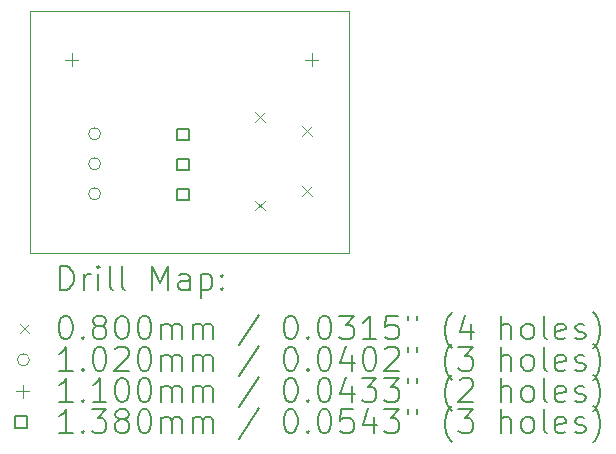
<source format=gbr>
%TF.GenerationSoftware,KiCad,Pcbnew,9.0.4*%
%TF.CreationDate,2025-10-14T04:27:38+05:30*%
%TF.ProjectId,Buck converter,4275636b-2063-46f6-9e76-65727465722e,rev?*%
%TF.SameCoordinates,Original*%
%TF.FileFunction,Drillmap*%
%TF.FilePolarity,Positive*%
%FSLAX45Y45*%
G04 Gerber Fmt 4.5, Leading zero omitted, Abs format (unit mm)*
G04 Created by KiCad (PCBNEW 9.0.4) date 2025-10-14 04:27:38*
%MOMM*%
%LPD*%
G01*
G04 APERTURE LIST*
%ADD10C,0.038100*%
%ADD11C,0.200000*%
%ADD12C,0.100000*%
%ADD13C,0.102000*%
%ADD14C,0.110000*%
%ADD15C,0.138000*%
G04 APERTURE END LIST*
D10*
X10500000Y-6450000D02*
X7800000Y-6450000D01*
X10500000Y-8500000D02*
X10500000Y-6450000D01*
X7800000Y-8500000D02*
X10500000Y-8500000D01*
X7800000Y-6450000D02*
X7800000Y-8500000D01*
D11*
D12*
X9710000Y-7310000D02*
X9790000Y-7390000D01*
X9790000Y-7310000D02*
X9710000Y-7390000D01*
X9710000Y-8060000D02*
X9790000Y-8140000D01*
X9790000Y-8060000D02*
X9710000Y-8140000D01*
X10110000Y-7428500D02*
X10190000Y-7508500D01*
X10190000Y-7428500D02*
X10110000Y-7508500D01*
X10110000Y-7936500D02*
X10190000Y-8016500D01*
X10190000Y-7936500D02*
X10110000Y-8016500D01*
D13*
X8401000Y-7492000D02*
G75*
G02*
X8299000Y-7492000I-51000J0D01*
G01*
X8299000Y-7492000D02*
G75*
G02*
X8401000Y-7492000I51000J0D01*
G01*
X8401000Y-7746000D02*
G75*
G02*
X8299000Y-7746000I-51000J0D01*
G01*
X8299000Y-7746000D02*
G75*
G02*
X8401000Y-7746000I51000J0D01*
G01*
X8401000Y-8000000D02*
G75*
G02*
X8299000Y-8000000I-51000J0D01*
G01*
X8299000Y-8000000D02*
G75*
G02*
X8401000Y-8000000I51000J0D01*
G01*
D14*
X8156000Y-6810000D02*
X8156000Y-6920000D01*
X8101000Y-6865000D02*
X8211000Y-6865000D01*
X10188000Y-6810000D02*
X10188000Y-6920000D01*
X10133000Y-6865000D02*
X10243000Y-6865000D01*
D15*
X9148791Y-7548791D02*
X9148791Y-7451209D01*
X9051209Y-7451209D01*
X9051209Y-7548791D01*
X9148791Y-7548791D01*
X9148791Y-7802791D02*
X9148791Y-7705209D01*
X9051209Y-7705209D01*
X9051209Y-7802791D01*
X9148791Y-7802791D01*
X9148791Y-8056791D02*
X9148791Y-7959209D01*
X9051209Y-7959209D01*
X9051209Y-8056791D01*
X9148791Y-8056791D01*
D11*
X8058872Y-8813389D02*
X8058872Y-8613389D01*
X8058872Y-8613389D02*
X8106491Y-8613389D01*
X8106491Y-8613389D02*
X8135062Y-8622913D01*
X8135062Y-8622913D02*
X8154110Y-8641960D01*
X8154110Y-8641960D02*
X8163634Y-8661008D01*
X8163634Y-8661008D02*
X8173157Y-8699103D01*
X8173157Y-8699103D02*
X8173157Y-8727675D01*
X8173157Y-8727675D02*
X8163634Y-8765770D01*
X8163634Y-8765770D02*
X8154110Y-8784817D01*
X8154110Y-8784817D02*
X8135062Y-8803865D01*
X8135062Y-8803865D02*
X8106491Y-8813389D01*
X8106491Y-8813389D02*
X8058872Y-8813389D01*
X8258872Y-8813389D02*
X8258872Y-8680055D01*
X8258872Y-8718151D02*
X8268396Y-8699103D01*
X8268396Y-8699103D02*
X8277919Y-8689579D01*
X8277919Y-8689579D02*
X8296967Y-8680055D01*
X8296967Y-8680055D02*
X8316015Y-8680055D01*
X8382681Y-8813389D02*
X8382681Y-8680055D01*
X8382681Y-8613389D02*
X8373157Y-8622913D01*
X8373157Y-8622913D02*
X8382681Y-8632436D01*
X8382681Y-8632436D02*
X8392205Y-8622913D01*
X8392205Y-8622913D02*
X8382681Y-8613389D01*
X8382681Y-8613389D02*
X8382681Y-8632436D01*
X8506491Y-8813389D02*
X8487443Y-8803865D01*
X8487443Y-8803865D02*
X8477919Y-8784817D01*
X8477919Y-8784817D02*
X8477919Y-8613389D01*
X8611253Y-8813389D02*
X8592205Y-8803865D01*
X8592205Y-8803865D02*
X8582681Y-8784817D01*
X8582681Y-8784817D02*
X8582681Y-8613389D01*
X8839824Y-8813389D02*
X8839824Y-8613389D01*
X8839824Y-8613389D02*
X8906491Y-8756246D01*
X8906491Y-8756246D02*
X8973158Y-8613389D01*
X8973158Y-8613389D02*
X8973158Y-8813389D01*
X9154110Y-8813389D02*
X9154110Y-8708627D01*
X9154110Y-8708627D02*
X9144586Y-8689579D01*
X9144586Y-8689579D02*
X9125539Y-8680055D01*
X9125539Y-8680055D02*
X9087443Y-8680055D01*
X9087443Y-8680055D02*
X9068396Y-8689579D01*
X9154110Y-8803865D02*
X9135062Y-8813389D01*
X9135062Y-8813389D02*
X9087443Y-8813389D01*
X9087443Y-8813389D02*
X9068396Y-8803865D01*
X9068396Y-8803865D02*
X9058872Y-8784817D01*
X9058872Y-8784817D02*
X9058872Y-8765770D01*
X9058872Y-8765770D02*
X9068396Y-8746722D01*
X9068396Y-8746722D02*
X9087443Y-8737198D01*
X9087443Y-8737198D02*
X9135062Y-8737198D01*
X9135062Y-8737198D02*
X9154110Y-8727675D01*
X9249348Y-8680055D02*
X9249348Y-8880055D01*
X9249348Y-8689579D02*
X9268396Y-8680055D01*
X9268396Y-8680055D02*
X9306491Y-8680055D01*
X9306491Y-8680055D02*
X9325539Y-8689579D01*
X9325539Y-8689579D02*
X9335062Y-8699103D01*
X9335062Y-8699103D02*
X9344586Y-8718151D01*
X9344586Y-8718151D02*
X9344586Y-8775294D01*
X9344586Y-8775294D02*
X9335062Y-8794341D01*
X9335062Y-8794341D02*
X9325539Y-8803865D01*
X9325539Y-8803865D02*
X9306491Y-8813389D01*
X9306491Y-8813389D02*
X9268396Y-8813389D01*
X9268396Y-8813389D02*
X9249348Y-8803865D01*
X9430300Y-8794341D02*
X9439824Y-8803865D01*
X9439824Y-8803865D02*
X9430300Y-8813389D01*
X9430300Y-8813389D02*
X9420777Y-8803865D01*
X9420777Y-8803865D02*
X9430300Y-8794341D01*
X9430300Y-8794341D02*
X9430300Y-8813389D01*
X9430300Y-8689579D02*
X9439824Y-8699103D01*
X9439824Y-8699103D02*
X9430300Y-8708627D01*
X9430300Y-8708627D02*
X9420777Y-8699103D01*
X9420777Y-8699103D02*
X9430300Y-8689579D01*
X9430300Y-8689579D02*
X9430300Y-8708627D01*
D12*
X7718095Y-9101905D02*
X7798095Y-9181905D01*
X7798095Y-9101905D02*
X7718095Y-9181905D01*
D11*
X8096967Y-9033389D02*
X8116015Y-9033389D01*
X8116015Y-9033389D02*
X8135062Y-9042913D01*
X8135062Y-9042913D02*
X8144586Y-9052436D01*
X8144586Y-9052436D02*
X8154110Y-9071484D01*
X8154110Y-9071484D02*
X8163634Y-9109579D01*
X8163634Y-9109579D02*
X8163634Y-9157198D01*
X8163634Y-9157198D02*
X8154110Y-9195294D01*
X8154110Y-9195294D02*
X8144586Y-9214341D01*
X8144586Y-9214341D02*
X8135062Y-9223865D01*
X8135062Y-9223865D02*
X8116015Y-9233389D01*
X8116015Y-9233389D02*
X8096967Y-9233389D01*
X8096967Y-9233389D02*
X8077919Y-9223865D01*
X8077919Y-9223865D02*
X8068396Y-9214341D01*
X8068396Y-9214341D02*
X8058872Y-9195294D01*
X8058872Y-9195294D02*
X8049348Y-9157198D01*
X8049348Y-9157198D02*
X8049348Y-9109579D01*
X8049348Y-9109579D02*
X8058872Y-9071484D01*
X8058872Y-9071484D02*
X8068396Y-9052436D01*
X8068396Y-9052436D02*
X8077919Y-9042913D01*
X8077919Y-9042913D02*
X8096967Y-9033389D01*
X8249348Y-9214341D02*
X8258872Y-9223865D01*
X8258872Y-9223865D02*
X8249348Y-9233389D01*
X8249348Y-9233389D02*
X8239824Y-9223865D01*
X8239824Y-9223865D02*
X8249348Y-9214341D01*
X8249348Y-9214341D02*
X8249348Y-9233389D01*
X8373157Y-9119103D02*
X8354110Y-9109579D01*
X8354110Y-9109579D02*
X8344586Y-9100055D01*
X8344586Y-9100055D02*
X8335062Y-9081008D01*
X8335062Y-9081008D02*
X8335062Y-9071484D01*
X8335062Y-9071484D02*
X8344586Y-9052436D01*
X8344586Y-9052436D02*
X8354110Y-9042913D01*
X8354110Y-9042913D02*
X8373157Y-9033389D01*
X8373157Y-9033389D02*
X8411253Y-9033389D01*
X8411253Y-9033389D02*
X8430300Y-9042913D01*
X8430300Y-9042913D02*
X8439824Y-9052436D01*
X8439824Y-9052436D02*
X8449348Y-9071484D01*
X8449348Y-9071484D02*
X8449348Y-9081008D01*
X8449348Y-9081008D02*
X8439824Y-9100055D01*
X8439824Y-9100055D02*
X8430300Y-9109579D01*
X8430300Y-9109579D02*
X8411253Y-9119103D01*
X8411253Y-9119103D02*
X8373157Y-9119103D01*
X8373157Y-9119103D02*
X8354110Y-9128627D01*
X8354110Y-9128627D02*
X8344586Y-9138151D01*
X8344586Y-9138151D02*
X8335062Y-9157198D01*
X8335062Y-9157198D02*
X8335062Y-9195294D01*
X8335062Y-9195294D02*
X8344586Y-9214341D01*
X8344586Y-9214341D02*
X8354110Y-9223865D01*
X8354110Y-9223865D02*
X8373157Y-9233389D01*
X8373157Y-9233389D02*
X8411253Y-9233389D01*
X8411253Y-9233389D02*
X8430300Y-9223865D01*
X8430300Y-9223865D02*
X8439824Y-9214341D01*
X8439824Y-9214341D02*
X8449348Y-9195294D01*
X8449348Y-9195294D02*
X8449348Y-9157198D01*
X8449348Y-9157198D02*
X8439824Y-9138151D01*
X8439824Y-9138151D02*
X8430300Y-9128627D01*
X8430300Y-9128627D02*
X8411253Y-9119103D01*
X8573158Y-9033389D02*
X8592205Y-9033389D01*
X8592205Y-9033389D02*
X8611253Y-9042913D01*
X8611253Y-9042913D02*
X8620777Y-9052436D01*
X8620777Y-9052436D02*
X8630300Y-9071484D01*
X8630300Y-9071484D02*
X8639824Y-9109579D01*
X8639824Y-9109579D02*
X8639824Y-9157198D01*
X8639824Y-9157198D02*
X8630300Y-9195294D01*
X8630300Y-9195294D02*
X8620777Y-9214341D01*
X8620777Y-9214341D02*
X8611253Y-9223865D01*
X8611253Y-9223865D02*
X8592205Y-9233389D01*
X8592205Y-9233389D02*
X8573158Y-9233389D01*
X8573158Y-9233389D02*
X8554110Y-9223865D01*
X8554110Y-9223865D02*
X8544586Y-9214341D01*
X8544586Y-9214341D02*
X8535062Y-9195294D01*
X8535062Y-9195294D02*
X8525539Y-9157198D01*
X8525539Y-9157198D02*
X8525539Y-9109579D01*
X8525539Y-9109579D02*
X8535062Y-9071484D01*
X8535062Y-9071484D02*
X8544586Y-9052436D01*
X8544586Y-9052436D02*
X8554110Y-9042913D01*
X8554110Y-9042913D02*
X8573158Y-9033389D01*
X8763634Y-9033389D02*
X8782681Y-9033389D01*
X8782681Y-9033389D02*
X8801729Y-9042913D01*
X8801729Y-9042913D02*
X8811253Y-9052436D01*
X8811253Y-9052436D02*
X8820777Y-9071484D01*
X8820777Y-9071484D02*
X8830300Y-9109579D01*
X8830300Y-9109579D02*
X8830300Y-9157198D01*
X8830300Y-9157198D02*
X8820777Y-9195294D01*
X8820777Y-9195294D02*
X8811253Y-9214341D01*
X8811253Y-9214341D02*
X8801729Y-9223865D01*
X8801729Y-9223865D02*
X8782681Y-9233389D01*
X8782681Y-9233389D02*
X8763634Y-9233389D01*
X8763634Y-9233389D02*
X8744586Y-9223865D01*
X8744586Y-9223865D02*
X8735062Y-9214341D01*
X8735062Y-9214341D02*
X8725539Y-9195294D01*
X8725539Y-9195294D02*
X8716015Y-9157198D01*
X8716015Y-9157198D02*
X8716015Y-9109579D01*
X8716015Y-9109579D02*
X8725539Y-9071484D01*
X8725539Y-9071484D02*
X8735062Y-9052436D01*
X8735062Y-9052436D02*
X8744586Y-9042913D01*
X8744586Y-9042913D02*
X8763634Y-9033389D01*
X8916015Y-9233389D02*
X8916015Y-9100055D01*
X8916015Y-9119103D02*
X8925539Y-9109579D01*
X8925539Y-9109579D02*
X8944586Y-9100055D01*
X8944586Y-9100055D02*
X8973158Y-9100055D01*
X8973158Y-9100055D02*
X8992205Y-9109579D01*
X8992205Y-9109579D02*
X9001729Y-9128627D01*
X9001729Y-9128627D02*
X9001729Y-9233389D01*
X9001729Y-9128627D02*
X9011253Y-9109579D01*
X9011253Y-9109579D02*
X9030300Y-9100055D01*
X9030300Y-9100055D02*
X9058872Y-9100055D01*
X9058872Y-9100055D02*
X9077920Y-9109579D01*
X9077920Y-9109579D02*
X9087443Y-9128627D01*
X9087443Y-9128627D02*
X9087443Y-9233389D01*
X9182681Y-9233389D02*
X9182681Y-9100055D01*
X9182681Y-9119103D02*
X9192205Y-9109579D01*
X9192205Y-9109579D02*
X9211253Y-9100055D01*
X9211253Y-9100055D02*
X9239824Y-9100055D01*
X9239824Y-9100055D02*
X9258872Y-9109579D01*
X9258872Y-9109579D02*
X9268396Y-9128627D01*
X9268396Y-9128627D02*
X9268396Y-9233389D01*
X9268396Y-9128627D02*
X9277920Y-9109579D01*
X9277920Y-9109579D02*
X9296967Y-9100055D01*
X9296967Y-9100055D02*
X9325539Y-9100055D01*
X9325539Y-9100055D02*
X9344586Y-9109579D01*
X9344586Y-9109579D02*
X9354110Y-9128627D01*
X9354110Y-9128627D02*
X9354110Y-9233389D01*
X9744586Y-9023865D02*
X9573158Y-9281008D01*
X10001729Y-9033389D02*
X10020777Y-9033389D01*
X10020777Y-9033389D02*
X10039824Y-9042913D01*
X10039824Y-9042913D02*
X10049348Y-9052436D01*
X10049348Y-9052436D02*
X10058872Y-9071484D01*
X10058872Y-9071484D02*
X10068396Y-9109579D01*
X10068396Y-9109579D02*
X10068396Y-9157198D01*
X10068396Y-9157198D02*
X10058872Y-9195294D01*
X10058872Y-9195294D02*
X10049348Y-9214341D01*
X10049348Y-9214341D02*
X10039824Y-9223865D01*
X10039824Y-9223865D02*
X10020777Y-9233389D01*
X10020777Y-9233389D02*
X10001729Y-9233389D01*
X10001729Y-9233389D02*
X9982682Y-9223865D01*
X9982682Y-9223865D02*
X9973158Y-9214341D01*
X9973158Y-9214341D02*
X9963634Y-9195294D01*
X9963634Y-9195294D02*
X9954110Y-9157198D01*
X9954110Y-9157198D02*
X9954110Y-9109579D01*
X9954110Y-9109579D02*
X9963634Y-9071484D01*
X9963634Y-9071484D02*
X9973158Y-9052436D01*
X9973158Y-9052436D02*
X9982682Y-9042913D01*
X9982682Y-9042913D02*
X10001729Y-9033389D01*
X10154110Y-9214341D02*
X10163634Y-9223865D01*
X10163634Y-9223865D02*
X10154110Y-9233389D01*
X10154110Y-9233389D02*
X10144586Y-9223865D01*
X10144586Y-9223865D02*
X10154110Y-9214341D01*
X10154110Y-9214341D02*
X10154110Y-9233389D01*
X10287443Y-9033389D02*
X10306491Y-9033389D01*
X10306491Y-9033389D02*
X10325539Y-9042913D01*
X10325539Y-9042913D02*
X10335063Y-9052436D01*
X10335063Y-9052436D02*
X10344586Y-9071484D01*
X10344586Y-9071484D02*
X10354110Y-9109579D01*
X10354110Y-9109579D02*
X10354110Y-9157198D01*
X10354110Y-9157198D02*
X10344586Y-9195294D01*
X10344586Y-9195294D02*
X10335063Y-9214341D01*
X10335063Y-9214341D02*
X10325539Y-9223865D01*
X10325539Y-9223865D02*
X10306491Y-9233389D01*
X10306491Y-9233389D02*
X10287443Y-9233389D01*
X10287443Y-9233389D02*
X10268396Y-9223865D01*
X10268396Y-9223865D02*
X10258872Y-9214341D01*
X10258872Y-9214341D02*
X10249348Y-9195294D01*
X10249348Y-9195294D02*
X10239824Y-9157198D01*
X10239824Y-9157198D02*
X10239824Y-9109579D01*
X10239824Y-9109579D02*
X10249348Y-9071484D01*
X10249348Y-9071484D02*
X10258872Y-9052436D01*
X10258872Y-9052436D02*
X10268396Y-9042913D01*
X10268396Y-9042913D02*
X10287443Y-9033389D01*
X10420777Y-9033389D02*
X10544586Y-9033389D01*
X10544586Y-9033389D02*
X10477920Y-9109579D01*
X10477920Y-9109579D02*
X10506491Y-9109579D01*
X10506491Y-9109579D02*
X10525539Y-9119103D01*
X10525539Y-9119103D02*
X10535063Y-9128627D01*
X10535063Y-9128627D02*
X10544586Y-9147675D01*
X10544586Y-9147675D02*
X10544586Y-9195294D01*
X10544586Y-9195294D02*
X10535063Y-9214341D01*
X10535063Y-9214341D02*
X10525539Y-9223865D01*
X10525539Y-9223865D02*
X10506491Y-9233389D01*
X10506491Y-9233389D02*
X10449348Y-9233389D01*
X10449348Y-9233389D02*
X10430301Y-9223865D01*
X10430301Y-9223865D02*
X10420777Y-9214341D01*
X10735063Y-9233389D02*
X10620777Y-9233389D01*
X10677920Y-9233389D02*
X10677920Y-9033389D01*
X10677920Y-9033389D02*
X10658872Y-9061960D01*
X10658872Y-9061960D02*
X10639824Y-9081008D01*
X10639824Y-9081008D02*
X10620777Y-9090532D01*
X10916015Y-9033389D02*
X10820777Y-9033389D01*
X10820777Y-9033389D02*
X10811253Y-9128627D01*
X10811253Y-9128627D02*
X10820777Y-9119103D01*
X10820777Y-9119103D02*
X10839824Y-9109579D01*
X10839824Y-9109579D02*
X10887444Y-9109579D01*
X10887444Y-9109579D02*
X10906491Y-9119103D01*
X10906491Y-9119103D02*
X10916015Y-9128627D01*
X10916015Y-9128627D02*
X10925539Y-9147675D01*
X10925539Y-9147675D02*
X10925539Y-9195294D01*
X10925539Y-9195294D02*
X10916015Y-9214341D01*
X10916015Y-9214341D02*
X10906491Y-9223865D01*
X10906491Y-9223865D02*
X10887444Y-9233389D01*
X10887444Y-9233389D02*
X10839824Y-9233389D01*
X10839824Y-9233389D02*
X10820777Y-9223865D01*
X10820777Y-9223865D02*
X10811253Y-9214341D01*
X11001729Y-9033389D02*
X11001729Y-9071484D01*
X11077920Y-9033389D02*
X11077920Y-9071484D01*
X11373158Y-9309579D02*
X11363634Y-9300055D01*
X11363634Y-9300055D02*
X11344586Y-9271484D01*
X11344586Y-9271484D02*
X11335063Y-9252436D01*
X11335063Y-9252436D02*
X11325539Y-9223865D01*
X11325539Y-9223865D02*
X11316015Y-9176246D01*
X11316015Y-9176246D02*
X11316015Y-9138151D01*
X11316015Y-9138151D02*
X11325539Y-9090532D01*
X11325539Y-9090532D02*
X11335063Y-9061960D01*
X11335063Y-9061960D02*
X11344586Y-9042913D01*
X11344586Y-9042913D02*
X11363634Y-9014341D01*
X11363634Y-9014341D02*
X11373158Y-9004817D01*
X11535063Y-9100055D02*
X11535063Y-9233389D01*
X11487443Y-9023865D02*
X11439824Y-9166722D01*
X11439824Y-9166722D02*
X11563634Y-9166722D01*
X11792205Y-9233389D02*
X11792205Y-9033389D01*
X11877920Y-9233389D02*
X11877920Y-9128627D01*
X11877920Y-9128627D02*
X11868396Y-9109579D01*
X11868396Y-9109579D02*
X11849348Y-9100055D01*
X11849348Y-9100055D02*
X11820777Y-9100055D01*
X11820777Y-9100055D02*
X11801729Y-9109579D01*
X11801729Y-9109579D02*
X11792205Y-9119103D01*
X12001729Y-9233389D02*
X11982682Y-9223865D01*
X11982682Y-9223865D02*
X11973158Y-9214341D01*
X11973158Y-9214341D02*
X11963634Y-9195294D01*
X11963634Y-9195294D02*
X11963634Y-9138151D01*
X11963634Y-9138151D02*
X11973158Y-9119103D01*
X11973158Y-9119103D02*
X11982682Y-9109579D01*
X11982682Y-9109579D02*
X12001729Y-9100055D01*
X12001729Y-9100055D02*
X12030301Y-9100055D01*
X12030301Y-9100055D02*
X12049348Y-9109579D01*
X12049348Y-9109579D02*
X12058872Y-9119103D01*
X12058872Y-9119103D02*
X12068396Y-9138151D01*
X12068396Y-9138151D02*
X12068396Y-9195294D01*
X12068396Y-9195294D02*
X12058872Y-9214341D01*
X12058872Y-9214341D02*
X12049348Y-9223865D01*
X12049348Y-9223865D02*
X12030301Y-9233389D01*
X12030301Y-9233389D02*
X12001729Y-9233389D01*
X12182682Y-9233389D02*
X12163634Y-9223865D01*
X12163634Y-9223865D02*
X12154110Y-9204817D01*
X12154110Y-9204817D02*
X12154110Y-9033389D01*
X12335063Y-9223865D02*
X12316015Y-9233389D01*
X12316015Y-9233389D02*
X12277920Y-9233389D01*
X12277920Y-9233389D02*
X12258872Y-9223865D01*
X12258872Y-9223865D02*
X12249348Y-9204817D01*
X12249348Y-9204817D02*
X12249348Y-9128627D01*
X12249348Y-9128627D02*
X12258872Y-9109579D01*
X12258872Y-9109579D02*
X12277920Y-9100055D01*
X12277920Y-9100055D02*
X12316015Y-9100055D01*
X12316015Y-9100055D02*
X12335063Y-9109579D01*
X12335063Y-9109579D02*
X12344586Y-9128627D01*
X12344586Y-9128627D02*
X12344586Y-9147675D01*
X12344586Y-9147675D02*
X12249348Y-9166722D01*
X12420777Y-9223865D02*
X12439825Y-9233389D01*
X12439825Y-9233389D02*
X12477920Y-9233389D01*
X12477920Y-9233389D02*
X12496967Y-9223865D01*
X12496967Y-9223865D02*
X12506491Y-9204817D01*
X12506491Y-9204817D02*
X12506491Y-9195294D01*
X12506491Y-9195294D02*
X12496967Y-9176246D01*
X12496967Y-9176246D02*
X12477920Y-9166722D01*
X12477920Y-9166722D02*
X12449348Y-9166722D01*
X12449348Y-9166722D02*
X12430301Y-9157198D01*
X12430301Y-9157198D02*
X12420777Y-9138151D01*
X12420777Y-9138151D02*
X12420777Y-9128627D01*
X12420777Y-9128627D02*
X12430301Y-9109579D01*
X12430301Y-9109579D02*
X12449348Y-9100055D01*
X12449348Y-9100055D02*
X12477920Y-9100055D01*
X12477920Y-9100055D02*
X12496967Y-9109579D01*
X12573158Y-9309579D02*
X12582682Y-9300055D01*
X12582682Y-9300055D02*
X12601729Y-9271484D01*
X12601729Y-9271484D02*
X12611253Y-9252436D01*
X12611253Y-9252436D02*
X12620777Y-9223865D01*
X12620777Y-9223865D02*
X12630301Y-9176246D01*
X12630301Y-9176246D02*
X12630301Y-9138151D01*
X12630301Y-9138151D02*
X12620777Y-9090532D01*
X12620777Y-9090532D02*
X12611253Y-9061960D01*
X12611253Y-9061960D02*
X12601729Y-9042913D01*
X12601729Y-9042913D02*
X12582682Y-9014341D01*
X12582682Y-9014341D02*
X12573158Y-9004817D01*
D13*
X7798095Y-9405905D02*
G75*
G02*
X7696095Y-9405905I-51000J0D01*
G01*
X7696095Y-9405905D02*
G75*
G02*
X7798095Y-9405905I51000J0D01*
G01*
D11*
X8163634Y-9497389D02*
X8049348Y-9497389D01*
X8106491Y-9497389D02*
X8106491Y-9297389D01*
X8106491Y-9297389D02*
X8087443Y-9325960D01*
X8087443Y-9325960D02*
X8068396Y-9345008D01*
X8068396Y-9345008D02*
X8049348Y-9354532D01*
X8249348Y-9478341D02*
X8258872Y-9487865D01*
X8258872Y-9487865D02*
X8249348Y-9497389D01*
X8249348Y-9497389D02*
X8239824Y-9487865D01*
X8239824Y-9487865D02*
X8249348Y-9478341D01*
X8249348Y-9478341D02*
X8249348Y-9497389D01*
X8382681Y-9297389D02*
X8401729Y-9297389D01*
X8401729Y-9297389D02*
X8420777Y-9306913D01*
X8420777Y-9306913D02*
X8430300Y-9316436D01*
X8430300Y-9316436D02*
X8439824Y-9335484D01*
X8439824Y-9335484D02*
X8449348Y-9373579D01*
X8449348Y-9373579D02*
X8449348Y-9421198D01*
X8449348Y-9421198D02*
X8439824Y-9459294D01*
X8439824Y-9459294D02*
X8430300Y-9478341D01*
X8430300Y-9478341D02*
X8420777Y-9487865D01*
X8420777Y-9487865D02*
X8401729Y-9497389D01*
X8401729Y-9497389D02*
X8382681Y-9497389D01*
X8382681Y-9497389D02*
X8363634Y-9487865D01*
X8363634Y-9487865D02*
X8354110Y-9478341D01*
X8354110Y-9478341D02*
X8344586Y-9459294D01*
X8344586Y-9459294D02*
X8335062Y-9421198D01*
X8335062Y-9421198D02*
X8335062Y-9373579D01*
X8335062Y-9373579D02*
X8344586Y-9335484D01*
X8344586Y-9335484D02*
X8354110Y-9316436D01*
X8354110Y-9316436D02*
X8363634Y-9306913D01*
X8363634Y-9306913D02*
X8382681Y-9297389D01*
X8525539Y-9316436D02*
X8535062Y-9306913D01*
X8535062Y-9306913D02*
X8554110Y-9297389D01*
X8554110Y-9297389D02*
X8601729Y-9297389D01*
X8601729Y-9297389D02*
X8620777Y-9306913D01*
X8620777Y-9306913D02*
X8630300Y-9316436D01*
X8630300Y-9316436D02*
X8639824Y-9335484D01*
X8639824Y-9335484D02*
X8639824Y-9354532D01*
X8639824Y-9354532D02*
X8630300Y-9383103D01*
X8630300Y-9383103D02*
X8516015Y-9497389D01*
X8516015Y-9497389D02*
X8639824Y-9497389D01*
X8763634Y-9297389D02*
X8782681Y-9297389D01*
X8782681Y-9297389D02*
X8801729Y-9306913D01*
X8801729Y-9306913D02*
X8811253Y-9316436D01*
X8811253Y-9316436D02*
X8820777Y-9335484D01*
X8820777Y-9335484D02*
X8830300Y-9373579D01*
X8830300Y-9373579D02*
X8830300Y-9421198D01*
X8830300Y-9421198D02*
X8820777Y-9459294D01*
X8820777Y-9459294D02*
X8811253Y-9478341D01*
X8811253Y-9478341D02*
X8801729Y-9487865D01*
X8801729Y-9487865D02*
X8782681Y-9497389D01*
X8782681Y-9497389D02*
X8763634Y-9497389D01*
X8763634Y-9497389D02*
X8744586Y-9487865D01*
X8744586Y-9487865D02*
X8735062Y-9478341D01*
X8735062Y-9478341D02*
X8725539Y-9459294D01*
X8725539Y-9459294D02*
X8716015Y-9421198D01*
X8716015Y-9421198D02*
X8716015Y-9373579D01*
X8716015Y-9373579D02*
X8725539Y-9335484D01*
X8725539Y-9335484D02*
X8735062Y-9316436D01*
X8735062Y-9316436D02*
X8744586Y-9306913D01*
X8744586Y-9306913D02*
X8763634Y-9297389D01*
X8916015Y-9497389D02*
X8916015Y-9364055D01*
X8916015Y-9383103D02*
X8925539Y-9373579D01*
X8925539Y-9373579D02*
X8944586Y-9364055D01*
X8944586Y-9364055D02*
X8973158Y-9364055D01*
X8973158Y-9364055D02*
X8992205Y-9373579D01*
X8992205Y-9373579D02*
X9001729Y-9392627D01*
X9001729Y-9392627D02*
X9001729Y-9497389D01*
X9001729Y-9392627D02*
X9011253Y-9373579D01*
X9011253Y-9373579D02*
X9030300Y-9364055D01*
X9030300Y-9364055D02*
X9058872Y-9364055D01*
X9058872Y-9364055D02*
X9077920Y-9373579D01*
X9077920Y-9373579D02*
X9087443Y-9392627D01*
X9087443Y-9392627D02*
X9087443Y-9497389D01*
X9182681Y-9497389D02*
X9182681Y-9364055D01*
X9182681Y-9383103D02*
X9192205Y-9373579D01*
X9192205Y-9373579D02*
X9211253Y-9364055D01*
X9211253Y-9364055D02*
X9239824Y-9364055D01*
X9239824Y-9364055D02*
X9258872Y-9373579D01*
X9258872Y-9373579D02*
X9268396Y-9392627D01*
X9268396Y-9392627D02*
X9268396Y-9497389D01*
X9268396Y-9392627D02*
X9277920Y-9373579D01*
X9277920Y-9373579D02*
X9296967Y-9364055D01*
X9296967Y-9364055D02*
X9325539Y-9364055D01*
X9325539Y-9364055D02*
X9344586Y-9373579D01*
X9344586Y-9373579D02*
X9354110Y-9392627D01*
X9354110Y-9392627D02*
X9354110Y-9497389D01*
X9744586Y-9287865D02*
X9573158Y-9545008D01*
X10001729Y-9297389D02*
X10020777Y-9297389D01*
X10020777Y-9297389D02*
X10039824Y-9306913D01*
X10039824Y-9306913D02*
X10049348Y-9316436D01*
X10049348Y-9316436D02*
X10058872Y-9335484D01*
X10058872Y-9335484D02*
X10068396Y-9373579D01*
X10068396Y-9373579D02*
X10068396Y-9421198D01*
X10068396Y-9421198D02*
X10058872Y-9459294D01*
X10058872Y-9459294D02*
X10049348Y-9478341D01*
X10049348Y-9478341D02*
X10039824Y-9487865D01*
X10039824Y-9487865D02*
X10020777Y-9497389D01*
X10020777Y-9497389D02*
X10001729Y-9497389D01*
X10001729Y-9497389D02*
X9982682Y-9487865D01*
X9982682Y-9487865D02*
X9973158Y-9478341D01*
X9973158Y-9478341D02*
X9963634Y-9459294D01*
X9963634Y-9459294D02*
X9954110Y-9421198D01*
X9954110Y-9421198D02*
X9954110Y-9373579D01*
X9954110Y-9373579D02*
X9963634Y-9335484D01*
X9963634Y-9335484D02*
X9973158Y-9316436D01*
X9973158Y-9316436D02*
X9982682Y-9306913D01*
X9982682Y-9306913D02*
X10001729Y-9297389D01*
X10154110Y-9478341D02*
X10163634Y-9487865D01*
X10163634Y-9487865D02*
X10154110Y-9497389D01*
X10154110Y-9497389D02*
X10144586Y-9487865D01*
X10144586Y-9487865D02*
X10154110Y-9478341D01*
X10154110Y-9478341D02*
X10154110Y-9497389D01*
X10287443Y-9297389D02*
X10306491Y-9297389D01*
X10306491Y-9297389D02*
X10325539Y-9306913D01*
X10325539Y-9306913D02*
X10335063Y-9316436D01*
X10335063Y-9316436D02*
X10344586Y-9335484D01*
X10344586Y-9335484D02*
X10354110Y-9373579D01*
X10354110Y-9373579D02*
X10354110Y-9421198D01*
X10354110Y-9421198D02*
X10344586Y-9459294D01*
X10344586Y-9459294D02*
X10335063Y-9478341D01*
X10335063Y-9478341D02*
X10325539Y-9487865D01*
X10325539Y-9487865D02*
X10306491Y-9497389D01*
X10306491Y-9497389D02*
X10287443Y-9497389D01*
X10287443Y-9497389D02*
X10268396Y-9487865D01*
X10268396Y-9487865D02*
X10258872Y-9478341D01*
X10258872Y-9478341D02*
X10249348Y-9459294D01*
X10249348Y-9459294D02*
X10239824Y-9421198D01*
X10239824Y-9421198D02*
X10239824Y-9373579D01*
X10239824Y-9373579D02*
X10249348Y-9335484D01*
X10249348Y-9335484D02*
X10258872Y-9316436D01*
X10258872Y-9316436D02*
X10268396Y-9306913D01*
X10268396Y-9306913D02*
X10287443Y-9297389D01*
X10525539Y-9364055D02*
X10525539Y-9497389D01*
X10477920Y-9287865D02*
X10430301Y-9430722D01*
X10430301Y-9430722D02*
X10554110Y-9430722D01*
X10668396Y-9297389D02*
X10687444Y-9297389D01*
X10687444Y-9297389D02*
X10706491Y-9306913D01*
X10706491Y-9306913D02*
X10716015Y-9316436D01*
X10716015Y-9316436D02*
X10725539Y-9335484D01*
X10725539Y-9335484D02*
X10735063Y-9373579D01*
X10735063Y-9373579D02*
X10735063Y-9421198D01*
X10735063Y-9421198D02*
X10725539Y-9459294D01*
X10725539Y-9459294D02*
X10716015Y-9478341D01*
X10716015Y-9478341D02*
X10706491Y-9487865D01*
X10706491Y-9487865D02*
X10687444Y-9497389D01*
X10687444Y-9497389D02*
X10668396Y-9497389D01*
X10668396Y-9497389D02*
X10649348Y-9487865D01*
X10649348Y-9487865D02*
X10639824Y-9478341D01*
X10639824Y-9478341D02*
X10630301Y-9459294D01*
X10630301Y-9459294D02*
X10620777Y-9421198D01*
X10620777Y-9421198D02*
X10620777Y-9373579D01*
X10620777Y-9373579D02*
X10630301Y-9335484D01*
X10630301Y-9335484D02*
X10639824Y-9316436D01*
X10639824Y-9316436D02*
X10649348Y-9306913D01*
X10649348Y-9306913D02*
X10668396Y-9297389D01*
X10811253Y-9316436D02*
X10820777Y-9306913D01*
X10820777Y-9306913D02*
X10839824Y-9297389D01*
X10839824Y-9297389D02*
X10887444Y-9297389D01*
X10887444Y-9297389D02*
X10906491Y-9306913D01*
X10906491Y-9306913D02*
X10916015Y-9316436D01*
X10916015Y-9316436D02*
X10925539Y-9335484D01*
X10925539Y-9335484D02*
X10925539Y-9354532D01*
X10925539Y-9354532D02*
X10916015Y-9383103D01*
X10916015Y-9383103D02*
X10801729Y-9497389D01*
X10801729Y-9497389D02*
X10925539Y-9497389D01*
X11001729Y-9297389D02*
X11001729Y-9335484D01*
X11077920Y-9297389D02*
X11077920Y-9335484D01*
X11373158Y-9573579D02*
X11363634Y-9564055D01*
X11363634Y-9564055D02*
X11344586Y-9535484D01*
X11344586Y-9535484D02*
X11335063Y-9516436D01*
X11335063Y-9516436D02*
X11325539Y-9487865D01*
X11325539Y-9487865D02*
X11316015Y-9440246D01*
X11316015Y-9440246D02*
X11316015Y-9402151D01*
X11316015Y-9402151D02*
X11325539Y-9354532D01*
X11325539Y-9354532D02*
X11335063Y-9325960D01*
X11335063Y-9325960D02*
X11344586Y-9306913D01*
X11344586Y-9306913D02*
X11363634Y-9278341D01*
X11363634Y-9278341D02*
X11373158Y-9268817D01*
X11430301Y-9297389D02*
X11554110Y-9297389D01*
X11554110Y-9297389D02*
X11487443Y-9373579D01*
X11487443Y-9373579D02*
X11516015Y-9373579D01*
X11516015Y-9373579D02*
X11535063Y-9383103D01*
X11535063Y-9383103D02*
X11544586Y-9392627D01*
X11544586Y-9392627D02*
X11554110Y-9411675D01*
X11554110Y-9411675D02*
X11554110Y-9459294D01*
X11554110Y-9459294D02*
X11544586Y-9478341D01*
X11544586Y-9478341D02*
X11535063Y-9487865D01*
X11535063Y-9487865D02*
X11516015Y-9497389D01*
X11516015Y-9497389D02*
X11458872Y-9497389D01*
X11458872Y-9497389D02*
X11439824Y-9487865D01*
X11439824Y-9487865D02*
X11430301Y-9478341D01*
X11792205Y-9497389D02*
X11792205Y-9297389D01*
X11877920Y-9497389D02*
X11877920Y-9392627D01*
X11877920Y-9392627D02*
X11868396Y-9373579D01*
X11868396Y-9373579D02*
X11849348Y-9364055D01*
X11849348Y-9364055D02*
X11820777Y-9364055D01*
X11820777Y-9364055D02*
X11801729Y-9373579D01*
X11801729Y-9373579D02*
X11792205Y-9383103D01*
X12001729Y-9497389D02*
X11982682Y-9487865D01*
X11982682Y-9487865D02*
X11973158Y-9478341D01*
X11973158Y-9478341D02*
X11963634Y-9459294D01*
X11963634Y-9459294D02*
X11963634Y-9402151D01*
X11963634Y-9402151D02*
X11973158Y-9383103D01*
X11973158Y-9383103D02*
X11982682Y-9373579D01*
X11982682Y-9373579D02*
X12001729Y-9364055D01*
X12001729Y-9364055D02*
X12030301Y-9364055D01*
X12030301Y-9364055D02*
X12049348Y-9373579D01*
X12049348Y-9373579D02*
X12058872Y-9383103D01*
X12058872Y-9383103D02*
X12068396Y-9402151D01*
X12068396Y-9402151D02*
X12068396Y-9459294D01*
X12068396Y-9459294D02*
X12058872Y-9478341D01*
X12058872Y-9478341D02*
X12049348Y-9487865D01*
X12049348Y-9487865D02*
X12030301Y-9497389D01*
X12030301Y-9497389D02*
X12001729Y-9497389D01*
X12182682Y-9497389D02*
X12163634Y-9487865D01*
X12163634Y-9487865D02*
X12154110Y-9468817D01*
X12154110Y-9468817D02*
X12154110Y-9297389D01*
X12335063Y-9487865D02*
X12316015Y-9497389D01*
X12316015Y-9497389D02*
X12277920Y-9497389D01*
X12277920Y-9497389D02*
X12258872Y-9487865D01*
X12258872Y-9487865D02*
X12249348Y-9468817D01*
X12249348Y-9468817D02*
X12249348Y-9392627D01*
X12249348Y-9392627D02*
X12258872Y-9373579D01*
X12258872Y-9373579D02*
X12277920Y-9364055D01*
X12277920Y-9364055D02*
X12316015Y-9364055D01*
X12316015Y-9364055D02*
X12335063Y-9373579D01*
X12335063Y-9373579D02*
X12344586Y-9392627D01*
X12344586Y-9392627D02*
X12344586Y-9411675D01*
X12344586Y-9411675D02*
X12249348Y-9430722D01*
X12420777Y-9487865D02*
X12439825Y-9497389D01*
X12439825Y-9497389D02*
X12477920Y-9497389D01*
X12477920Y-9497389D02*
X12496967Y-9487865D01*
X12496967Y-9487865D02*
X12506491Y-9468817D01*
X12506491Y-9468817D02*
X12506491Y-9459294D01*
X12506491Y-9459294D02*
X12496967Y-9440246D01*
X12496967Y-9440246D02*
X12477920Y-9430722D01*
X12477920Y-9430722D02*
X12449348Y-9430722D01*
X12449348Y-9430722D02*
X12430301Y-9421198D01*
X12430301Y-9421198D02*
X12420777Y-9402151D01*
X12420777Y-9402151D02*
X12420777Y-9392627D01*
X12420777Y-9392627D02*
X12430301Y-9373579D01*
X12430301Y-9373579D02*
X12449348Y-9364055D01*
X12449348Y-9364055D02*
X12477920Y-9364055D01*
X12477920Y-9364055D02*
X12496967Y-9373579D01*
X12573158Y-9573579D02*
X12582682Y-9564055D01*
X12582682Y-9564055D02*
X12601729Y-9535484D01*
X12601729Y-9535484D02*
X12611253Y-9516436D01*
X12611253Y-9516436D02*
X12620777Y-9487865D01*
X12620777Y-9487865D02*
X12630301Y-9440246D01*
X12630301Y-9440246D02*
X12630301Y-9402151D01*
X12630301Y-9402151D02*
X12620777Y-9354532D01*
X12620777Y-9354532D02*
X12611253Y-9325960D01*
X12611253Y-9325960D02*
X12601729Y-9306913D01*
X12601729Y-9306913D02*
X12582682Y-9278341D01*
X12582682Y-9278341D02*
X12573158Y-9268817D01*
D14*
X7743095Y-9614905D02*
X7743095Y-9724905D01*
X7688095Y-9669905D02*
X7798095Y-9669905D01*
D11*
X8163634Y-9761389D02*
X8049348Y-9761389D01*
X8106491Y-9761389D02*
X8106491Y-9561389D01*
X8106491Y-9561389D02*
X8087443Y-9589960D01*
X8087443Y-9589960D02*
X8068396Y-9609008D01*
X8068396Y-9609008D02*
X8049348Y-9618532D01*
X8249348Y-9742341D02*
X8258872Y-9751865D01*
X8258872Y-9751865D02*
X8249348Y-9761389D01*
X8249348Y-9761389D02*
X8239824Y-9751865D01*
X8239824Y-9751865D02*
X8249348Y-9742341D01*
X8249348Y-9742341D02*
X8249348Y-9761389D01*
X8449348Y-9761389D02*
X8335062Y-9761389D01*
X8392205Y-9761389D02*
X8392205Y-9561389D01*
X8392205Y-9561389D02*
X8373157Y-9589960D01*
X8373157Y-9589960D02*
X8354110Y-9609008D01*
X8354110Y-9609008D02*
X8335062Y-9618532D01*
X8573158Y-9561389D02*
X8592205Y-9561389D01*
X8592205Y-9561389D02*
X8611253Y-9570913D01*
X8611253Y-9570913D02*
X8620777Y-9580436D01*
X8620777Y-9580436D02*
X8630300Y-9599484D01*
X8630300Y-9599484D02*
X8639824Y-9637579D01*
X8639824Y-9637579D02*
X8639824Y-9685198D01*
X8639824Y-9685198D02*
X8630300Y-9723294D01*
X8630300Y-9723294D02*
X8620777Y-9742341D01*
X8620777Y-9742341D02*
X8611253Y-9751865D01*
X8611253Y-9751865D02*
X8592205Y-9761389D01*
X8592205Y-9761389D02*
X8573158Y-9761389D01*
X8573158Y-9761389D02*
X8554110Y-9751865D01*
X8554110Y-9751865D02*
X8544586Y-9742341D01*
X8544586Y-9742341D02*
X8535062Y-9723294D01*
X8535062Y-9723294D02*
X8525539Y-9685198D01*
X8525539Y-9685198D02*
X8525539Y-9637579D01*
X8525539Y-9637579D02*
X8535062Y-9599484D01*
X8535062Y-9599484D02*
X8544586Y-9580436D01*
X8544586Y-9580436D02*
X8554110Y-9570913D01*
X8554110Y-9570913D02*
X8573158Y-9561389D01*
X8763634Y-9561389D02*
X8782681Y-9561389D01*
X8782681Y-9561389D02*
X8801729Y-9570913D01*
X8801729Y-9570913D02*
X8811253Y-9580436D01*
X8811253Y-9580436D02*
X8820777Y-9599484D01*
X8820777Y-9599484D02*
X8830300Y-9637579D01*
X8830300Y-9637579D02*
X8830300Y-9685198D01*
X8830300Y-9685198D02*
X8820777Y-9723294D01*
X8820777Y-9723294D02*
X8811253Y-9742341D01*
X8811253Y-9742341D02*
X8801729Y-9751865D01*
X8801729Y-9751865D02*
X8782681Y-9761389D01*
X8782681Y-9761389D02*
X8763634Y-9761389D01*
X8763634Y-9761389D02*
X8744586Y-9751865D01*
X8744586Y-9751865D02*
X8735062Y-9742341D01*
X8735062Y-9742341D02*
X8725539Y-9723294D01*
X8725539Y-9723294D02*
X8716015Y-9685198D01*
X8716015Y-9685198D02*
X8716015Y-9637579D01*
X8716015Y-9637579D02*
X8725539Y-9599484D01*
X8725539Y-9599484D02*
X8735062Y-9580436D01*
X8735062Y-9580436D02*
X8744586Y-9570913D01*
X8744586Y-9570913D02*
X8763634Y-9561389D01*
X8916015Y-9761389D02*
X8916015Y-9628055D01*
X8916015Y-9647103D02*
X8925539Y-9637579D01*
X8925539Y-9637579D02*
X8944586Y-9628055D01*
X8944586Y-9628055D02*
X8973158Y-9628055D01*
X8973158Y-9628055D02*
X8992205Y-9637579D01*
X8992205Y-9637579D02*
X9001729Y-9656627D01*
X9001729Y-9656627D02*
X9001729Y-9761389D01*
X9001729Y-9656627D02*
X9011253Y-9637579D01*
X9011253Y-9637579D02*
X9030300Y-9628055D01*
X9030300Y-9628055D02*
X9058872Y-9628055D01*
X9058872Y-9628055D02*
X9077920Y-9637579D01*
X9077920Y-9637579D02*
X9087443Y-9656627D01*
X9087443Y-9656627D02*
X9087443Y-9761389D01*
X9182681Y-9761389D02*
X9182681Y-9628055D01*
X9182681Y-9647103D02*
X9192205Y-9637579D01*
X9192205Y-9637579D02*
X9211253Y-9628055D01*
X9211253Y-9628055D02*
X9239824Y-9628055D01*
X9239824Y-9628055D02*
X9258872Y-9637579D01*
X9258872Y-9637579D02*
X9268396Y-9656627D01*
X9268396Y-9656627D02*
X9268396Y-9761389D01*
X9268396Y-9656627D02*
X9277920Y-9637579D01*
X9277920Y-9637579D02*
X9296967Y-9628055D01*
X9296967Y-9628055D02*
X9325539Y-9628055D01*
X9325539Y-9628055D02*
X9344586Y-9637579D01*
X9344586Y-9637579D02*
X9354110Y-9656627D01*
X9354110Y-9656627D02*
X9354110Y-9761389D01*
X9744586Y-9551865D02*
X9573158Y-9809008D01*
X10001729Y-9561389D02*
X10020777Y-9561389D01*
X10020777Y-9561389D02*
X10039824Y-9570913D01*
X10039824Y-9570913D02*
X10049348Y-9580436D01*
X10049348Y-9580436D02*
X10058872Y-9599484D01*
X10058872Y-9599484D02*
X10068396Y-9637579D01*
X10068396Y-9637579D02*
X10068396Y-9685198D01*
X10068396Y-9685198D02*
X10058872Y-9723294D01*
X10058872Y-9723294D02*
X10049348Y-9742341D01*
X10049348Y-9742341D02*
X10039824Y-9751865D01*
X10039824Y-9751865D02*
X10020777Y-9761389D01*
X10020777Y-9761389D02*
X10001729Y-9761389D01*
X10001729Y-9761389D02*
X9982682Y-9751865D01*
X9982682Y-9751865D02*
X9973158Y-9742341D01*
X9973158Y-9742341D02*
X9963634Y-9723294D01*
X9963634Y-9723294D02*
X9954110Y-9685198D01*
X9954110Y-9685198D02*
X9954110Y-9637579D01*
X9954110Y-9637579D02*
X9963634Y-9599484D01*
X9963634Y-9599484D02*
X9973158Y-9580436D01*
X9973158Y-9580436D02*
X9982682Y-9570913D01*
X9982682Y-9570913D02*
X10001729Y-9561389D01*
X10154110Y-9742341D02*
X10163634Y-9751865D01*
X10163634Y-9751865D02*
X10154110Y-9761389D01*
X10154110Y-9761389D02*
X10144586Y-9751865D01*
X10144586Y-9751865D02*
X10154110Y-9742341D01*
X10154110Y-9742341D02*
X10154110Y-9761389D01*
X10287443Y-9561389D02*
X10306491Y-9561389D01*
X10306491Y-9561389D02*
X10325539Y-9570913D01*
X10325539Y-9570913D02*
X10335063Y-9580436D01*
X10335063Y-9580436D02*
X10344586Y-9599484D01*
X10344586Y-9599484D02*
X10354110Y-9637579D01*
X10354110Y-9637579D02*
X10354110Y-9685198D01*
X10354110Y-9685198D02*
X10344586Y-9723294D01*
X10344586Y-9723294D02*
X10335063Y-9742341D01*
X10335063Y-9742341D02*
X10325539Y-9751865D01*
X10325539Y-9751865D02*
X10306491Y-9761389D01*
X10306491Y-9761389D02*
X10287443Y-9761389D01*
X10287443Y-9761389D02*
X10268396Y-9751865D01*
X10268396Y-9751865D02*
X10258872Y-9742341D01*
X10258872Y-9742341D02*
X10249348Y-9723294D01*
X10249348Y-9723294D02*
X10239824Y-9685198D01*
X10239824Y-9685198D02*
X10239824Y-9637579D01*
X10239824Y-9637579D02*
X10249348Y-9599484D01*
X10249348Y-9599484D02*
X10258872Y-9580436D01*
X10258872Y-9580436D02*
X10268396Y-9570913D01*
X10268396Y-9570913D02*
X10287443Y-9561389D01*
X10525539Y-9628055D02*
X10525539Y-9761389D01*
X10477920Y-9551865D02*
X10430301Y-9694722D01*
X10430301Y-9694722D02*
X10554110Y-9694722D01*
X10611253Y-9561389D02*
X10735063Y-9561389D01*
X10735063Y-9561389D02*
X10668396Y-9637579D01*
X10668396Y-9637579D02*
X10696967Y-9637579D01*
X10696967Y-9637579D02*
X10716015Y-9647103D01*
X10716015Y-9647103D02*
X10725539Y-9656627D01*
X10725539Y-9656627D02*
X10735063Y-9675675D01*
X10735063Y-9675675D02*
X10735063Y-9723294D01*
X10735063Y-9723294D02*
X10725539Y-9742341D01*
X10725539Y-9742341D02*
X10716015Y-9751865D01*
X10716015Y-9751865D02*
X10696967Y-9761389D01*
X10696967Y-9761389D02*
X10639824Y-9761389D01*
X10639824Y-9761389D02*
X10620777Y-9751865D01*
X10620777Y-9751865D02*
X10611253Y-9742341D01*
X10801729Y-9561389D02*
X10925539Y-9561389D01*
X10925539Y-9561389D02*
X10858872Y-9637579D01*
X10858872Y-9637579D02*
X10887444Y-9637579D01*
X10887444Y-9637579D02*
X10906491Y-9647103D01*
X10906491Y-9647103D02*
X10916015Y-9656627D01*
X10916015Y-9656627D02*
X10925539Y-9675675D01*
X10925539Y-9675675D02*
X10925539Y-9723294D01*
X10925539Y-9723294D02*
X10916015Y-9742341D01*
X10916015Y-9742341D02*
X10906491Y-9751865D01*
X10906491Y-9751865D02*
X10887444Y-9761389D01*
X10887444Y-9761389D02*
X10830301Y-9761389D01*
X10830301Y-9761389D02*
X10811253Y-9751865D01*
X10811253Y-9751865D02*
X10801729Y-9742341D01*
X11001729Y-9561389D02*
X11001729Y-9599484D01*
X11077920Y-9561389D02*
X11077920Y-9599484D01*
X11373158Y-9837579D02*
X11363634Y-9828055D01*
X11363634Y-9828055D02*
X11344586Y-9799484D01*
X11344586Y-9799484D02*
X11335063Y-9780436D01*
X11335063Y-9780436D02*
X11325539Y-9751865D01*
X11325539Y-9751865D02*
X11316015Y-9704246D01*
X11316015Y-9704246D02*
X11316015Y-9666151D01*
X11316015Y-9666151D02*
X11325539Y-9618532D01*
X11325539Y-9618532D02*
X11335063Y-9589960D01*
X11335063Y-9589960D02*
X11344586Y-9570913D01*
X11344586Y-9570913D02*
X11363634Y-9542341D01*
X11363634Y-9542341D02*
X11373158Y-9532817D01*
X11439824Y-9580436D02*
X11449348Y-9570913D01*
X11449348Y-9570913D02*
X11468396Y-9561389D01*
X11468396Y-9561389D02*
X11516015Y-9561389D01*
X11516015Y-9561389D02*
X11535063Y-9570913D01*
X11535063Y-9570913D02*
X11544586Y-9580436D01*
X11544586Y-9580436D02*
X11554110Y-9599484D01*
X11554110Y-9599484D02*
X11554110Y-9618532D01*
X11554110Y-9618532D02*
X11544586Y-9647103D01*
X11544586Y-9647103D02*
X11430301Y-9761389D01*
X11430301Y-9761389D02*
X11554110Y-9761389D01*
X11792205Y-9761389D02*
X11792205Y-9561389D01*
X11877920Y-9761389D02*
X11877920Y-9656627D01*
X11877920Y-9656627D02*
X11868396Y-9637579D01*
X11868396Y-9637579D02*
X11849348Y-9628055D01*
X11849348Y-9628055D02*
X11820777Y-9628055D01*
X11820777Y-9628055D02*
X11801729Y-9637579D01*
X11801729Y-9637579D02*
X11792205Y-9647103D01*
X12001729Y-9761389D02*
X11982682Y-9751865D01*
X11982682Y-9751865D02*
X11973158Y-9742341D01*
X11973158Y-9742341D02*
X11963634Y-9723294D01*
X11963634Y-9723294D02*
X11963634Y-9666151D01*
X11963634Y-9666151D02*
X11973158Y-9647103D01*
X11973158Y-9647103D02*
X11982682Y-9637579D01*
X11982682Y-9637579D02*
X12001729Y-9628055D01*
X12001729Y-9628055D02*
X12030301Y-9628055D01*
X12030301Y-9628055D02*
X12049348Y-9637579D01*
X12049348Y-9637579D02*
X12058872Y-9647103D01*
X12058872Y-9647103D02*
X12068396Y-9666151D01*
X12068396Y-9666151D02*
X12068396Y-9723294D01*
X12068396Y-9723294D02*
X12058872Y-9742341D01*
X12058872Y-9742341D02*
X12049348Y-9751865D01*
X12049348Y-9751865D02*
X12030301Y-9761389D01*
X12030301Y-9761389D02*
X12001729Y-9761389D01*
X12182682Y-9761389D02*
X12163634Y-9751865D01*
X12163634Y-9751865D02*
X12154110Y-9732817D01*
X12154110Y-9732817D02*
X12154110Y-9561389D01*
X12335063Y-9751865D02*
X12316015Y-9761389D01*
X12316015Y-9761389D02*
X12277920Y-9761389D01*
X12277920Y-9761389D02*
X12258872Y-9751865D01*
X12258872Y-9751865D02*
X12249348Y-9732817D01*
X12249348Y-9732817D02*
X12249348Y-9656627D01*
X12249348Y-9656627D02*
X12258872Y-9637579D01*
X12258872Y-9637579D02*
X12277920Y-9628055D01*
X12277920Y-9628055D02*
X12316015Y-9628055D01*
X12316015Y-9628055D02*
X12335063Y-9637579D01*
X12335063Y-9637579D02*
X12344586Y-9656627D01*
X12344586Y-9656627D02*
X12344586Y-9675675D01*
X12344586Y-9675675D02*
X12249348Y-9694722D01*
X12420777Y-9751865D02*
X12439825Y-9761389D01*
X12439825Y-9761389D02*
X12477920Y-9761389D01*
X12477920Y-9761389D02*
X12496967Y-9751865D01*
X12496967Y-9751865D02*
X12506491Y-9732817D01*
X12506491Y-9732817D02*
X12506491Y-9723294D01*
X12506491Y-9723294D02*
X12496967Y-9704246D01*
X12496967Y-9704246D02*
X12477920Y-9694722D01*
X12477920Y-9694722D02*
X12449348Y-9694722D01*
X12449348Y-9694722D02*
X12430301Y-9685198D01*
X12430301Y-9685198D02*
X12420777Y-9666151D01*
X12420777Y-9666151D02*
X12420777Y-9656627D01*
X12420777Y-9656627D02*
X12430301Y-9637579D01*
X12430301Y-9637579D02*
X12449348Y-9628055D01*
X12449348Y-9628055D02*
X12477920Y-9628055D01*
X12477920Y-9628055D02*
X12496967Y-9637579D01*
X12573158Y-9837579D02*
X12582682Y-9828055D01*
X12582682Y-9828055D02*
X12601729Y-9799484D01*
X12601729Y-9799484D02*
X12611253Y-9780436D01*
X12611253Y-9780436D02*
X12620777Y-9751865D01*
X12620777Y-9751865D02*
X12630301Y-9704246D01*
X12630301Y-9704246D02*
X12630301Y-9666151D01*
X12630301Y-9666151D02*
X12620777Y-9618532D01*
X12620777Y-9618532D02*
X12611253Y-9589960D01*
X12611253Y-9589960D02*
X12601729Y-9570913D01*
X12601729Y-9570913D02*
X12582682Y-9542341D01*
X12582682Y-9542341D02*
X12573158Y-9532817D01*
D15*
X7777886Y-9982696D02*
X7777886Y-9885114D01*
X7680304Y-9885114D01*
X7680304Y-9982696D01*
X7777886Y-9982696D01*
D11*
X8163634Y-10025389D02*
X8049348Y-10025389D01*
X8106491Y-10025389D02*
X8106491Y-9825389D01*
X8106491Y-9825389D02*
X8087443Y-9853960D01*
X8087443Y-9853960D02*
X8068396Y-9873008D01*
X8068396Y-9873008D02*
X8049348Y-9882532D01*
X8249348Y-10006341D02*
X8258872Y-10015865D01*
X8258872Y-10015865D02*
X8249348Y-10025389D01*
X8249348Y-10025389D02*
X8239824Y-10015865D01*
X8239824Y-10015865D02*
X8249348Y-10006341D01*
X8249348Y-10006341D02*
X8249348Y-10025389D01*
X8325538Y-9825389D02*
X8449348Y-9825389D01*
X8449348Y-9825389D02*
X8382681Y-9901579D01*
X8382681Y-9901579D02*
X8411253Y-9901579D01*
X8411253Y-9901579D02*
X8430300Y-9911103D01*
X8430300Y-9911103D02*
X8439824Y-9920627D01*
X8439824Y-9920627D02*
X8449348Y-9939675D01*
X8449348Y-9939675D02*
X8449348Y-9987294D01*
X8449348Y-9987294D02*
X8439824Y-10006341D01*
X8439824Y-10006341D02*
X8430300Y-10015865D01*
X8430300Y-10015865D02*
X8411253Y-10025389D01*
X8411253Y-10025389D02*
X8354110Y-10025389D01*
X8354110Y-10025389D02*
X8335062Y-10015865D01*
X8335062Y-10015865D02*
X8325538Y-10006341D01*
X8563634Y-9911103D02*
X8544586Y-9901579D01*
X8544586Y-9901579D02*
X8535062Y-9892055D01*
X8535062Y-9892055D02*
X8525539Y-9873008D01*
X8525539Y-9873008D02*
X8525539Y-9863484D01*
X8525539Y-9863484D02*
X8535062Y-9844436D01*
X8535062Y-9844436D02*
X8544586Y-9834913D01*
X8544586Y-9834913D02*
X8563634Y-9825389D01*
X8563634Y-9825389D02*
X8601729Y-9825389D01*
X8601729Y-9825389D02*
X8620777Y-9834913D01*
X8620777Y-9834913D02*
X8630300Y-9844436D01*
X8630300Y-9844436D02*
X8639824Y-9863484D01*
X8639824Y-9863484D02*
X8639824Y-9873008D01*
X8639824Y-9873008D02*
X8630300Y-9892055D01*
X8630300Y-9892055D02*
X8620777Y-9901579D01*
X8620777Y-9901579D02*
X8601729Y-9911103D01*
X8601729Y-9911103D02*
X8563634Y-9911103D01*
X8563634Y-9911103D02*
X8544586Y-9920627D01*
X8544586Y-9920627D02*
X8535062Y-9930151D01*
X8535062Y-9930151D02*
X8525539Y-9949198D01*
X8525539Y-9949198D02*
X8525539Y-9987294D01*
X8525539Y-9987294D02*
X8535062Y-10006341D01*
X8535062Y-10006341D02*
X8544586Y-10015865D01*
X8544586Y-10015865D02*
X8563634Y-10025389D01*
X8563634Y-10025389D02*
X8601729Y-10025389D01*
X8601729Y-10025389D02*
X8620777Y-10015865D01*
X8620777Y-10015865D02*
X8630300Y-10006341D01*
X8630300Y-10006341D02*
X8639824Y-9987294D01*
X8639824Y-9987294D02*
X8639824Y-9949198D01*
X8639824Y-9949198D02*
X8630300Y-9930151D01*
X8630300Y-9930151D02*
X8620777Y-9920627D01*
X8620777Y-9920627D02*
X8601729Y-9911103D01*
X8763634Y-9825389D02*
X8782681Y-9825389D01*
X8782681Y-9825389D02*
X8801729Y-9834913D01*
X8801729Y-9834913D02*
X8811253Y-9844436D01*
X8811253Y-9844436D02*
X8820777Y-9863484D01*
X8820777Y-9863484D02*
X8830300Y-9901579D01*
X8830300Y-9901579D02*
X8830300Y-9949198D01*
X8830300Y-9949198D02*
X8820777Y-9987294D01*
X8820777Y-9987294D02*
X8811253Y-10006341D01*
X8811253Y-10006341D02*
X8801729Y-10015865D01*
X8801729Y-10015865D02*
X8782681Y-10025389D01*
X8782681Y-10025389D02*
X8763634Y-10025389D01*
X8763634Y-10025389D02*
X8744586Y-10015865D01*
X8744586Y-10015865D02*
X8735062Y-10006341D01*
X8735062Y-10006341D02*
X8725539Y-9987294D01*
X8725539Y-9987294D02*
X8716015Y-9949198D01*
X8716015Y-9949198D02*
X8716015Y-9901579D01*
X8716015Y-9901579D02*
X8725539Y-9863484D01*
X8725539Y-9863484D02*
X8735062Y-9844436D01*
X8735062Y-9844436D02*
X8744586Y-9834913D01*
X8744586Y-9834913D02*
X8763634Y-9825389D01*
X8916015Y-10025389D02*
X8916015Y-9892055D01*
X8916015Y-9911103D02*
X8925539Y-9901579D01*
X8925539Y-9901579D02*
X8944586Y-9892055D01*
X8944586Y-9892055D02*
X8973158Y-9892055D01*
X8973158Y-9892055D02*
X8992205Y-9901579D01*
X8992205Y-9901579D02*
X9001729Y-9920627D01*
X9001729Y-9920627D02*
X9001729Y-10025389D01*
X9001729Y-9920627D02*
X9011253Y-9901579D01*
X9011253Y-9901579D02*
X9030300Y-9892055D01*
X9030300Y-9892055D02*
X9058872Y-9892055D01*
X9058872Y-9892055D02*
X9077920Y-9901579D01*
X9077920Y-9901579D02*
X9087443Y-9920627D01*
X9087443Y-9920627D02*
X9087443Y-10025389D01*
X9182681Y-10025389D02*
X9182681Y-9892055D01*
X9182681Y-9911103D02*
X9192205Y-9901579D01*
X9192205Y-9901579D02*
X9211253Y-9892055D01*
X9211253Y-9892055D02*
X9239824Y-9892055D01*
X9239824Y-9892055D02*
X9258872Y-9901579D01*
X9258872Y-9901579D02*
X9268396Y-9920627D01*
X9268396Y-9920627D02*
X9268396Y-10025389D01*
X9268396Y-9920627D02*
X9277920Y-9901579D01*
X9277920Y-9901579D02*
X9296967Y-9892055D01*
X9296967Y-9892055D02*
X9325539Y-9892055D01*
X9325539Y-9892055D02*
X9344586Y-9901579D01*
X9344586Y-9901579D02*
X9354110Y-9920627D01*
X9354110Y-9920627D02*
X9354110Y-10025389D01*
X9744586Y-9815865D02*
X9573158Y-10073008D01*
X10001729Y-9825389D02*
X10020777Y-9825389D01*
X10020777Y-9825389D02*
X10039824Y-9834913D01*
X10039824Y-9834913D02*
X10049348Y-9844436D01*
X10049348Y-9844436D02*
X10058872Y-9863484D01*
X10058872Y-9863484D02*
X10068396Y-9901579D01*
X10068396Y-9901579D02*
X10068396Y-9949198D01*
X10068396Y-9949198D02*
X10058872Y-9987294D01*
X10058872Y-9987294D02*
X10049348Y-10006341D01*
X10049348Y-10006341D02*
X10039824Y-10015865D01*
X10039824Y-10015865D02*
X10020777Y-10025389D01*
X10020777Y-10025389D02*
X10001729Y-10025389D01*
X10001729Y-10025389D02*
X9982682Y-10015865D01*
X9982682Y-10015865D02*
X9973158Y-10006341D01*
X9973158Y-10006341D02*
X9963634Y-9987294D01*
X9963634Y-9987294D02*
X9954110Y-9949198D01*
X9954110Y-9949198D02*
X9954110Y-9901579D01*
X9954110Y-9901579D02*
X9963634Y-9863484D01*
X9963634Y-9863484D02*
X9973158Y-9844436D01*
X9973158Y-9844436D02*
X9982682Y-9834913D01*
X9982682Y-9834913D02*
X10001729Y-9825389D01*
X10154110Y-10006341D02*
X10163634Y-10015865D01*
X10163634Y-10015865D02*
X10154110Y-10025389D01*
X10154110Y-10025389D02*
X10144586Y-10015865D01*
X10144586Y-10015865D02*
X10154110Y-10006341D01*
X10154110Y-10006341D02*
X10154110Y-10025389D01*
X10287443Y-9825389D02*
X10306491Y-9825389D01*
X10306491Y-9825389D02*
X10325539Y-9834913D01*
X10325539Y-9834913D02*
X10335063Y-9844436D01*
X10335063Y-9844436D02*
X10344586Y-9863484D01*
X10344586Y-9863484D02*
X10354110Y-9901579D01*
X10354110Y-9901579D02*
X10354110Y-9949198D01*
X10354110Y-9949198D02*
X10344586Y-9987294D01*
X10344586Y-9987294D02*
X10335063Y-10006341D01*
X10335063Y-10006341D02*
X10325539Y-10015865D01*
X10325539Y-10015865D02*
X10306491Y-10025389D01*
X10306491Y-10025389D02*
X10287443Y-10025389D01*
X10287443Y-10025389D02*
X10268396Y-10015865D01*
X10268396Y-10015865D02*
X10258872Y-10006341D01*
X10258872Y-10006341D02*
X10249348Y-9987294D01*
X10249348Y-9987294D02*
X10239824Y-9949198D01*
X10239824Y-9949198D02*
X10239824Y-9901579D01*
X10239824Y-9901579D02*
X10249348Y-9863484D01*
X10249348Y-9863484D02*
X10258872Y-9844436D01*
X10258872Y-9844436D02*
X10268396Y-9834913D01*
X10268396Y-9834913D02*
X10287443Y-9825389D01*
X10535063Y-9825389D02*
X10439824Y-9825389D01*
X10439824Y-9825389D02*
X10430301Y-9920627D01*
X10430301Y-9920627D02*
X10439824Y-9911103D01*
X10439824Y-9911103D02*
X10458872Y-9901579D01*
X10458872Y-9901579D02*
X10506491Y-9901579D01*
X10506491Y-9901579D02*
X10525539Y-9911103D01*
X10525539Y-9911103D02*
X10535063Y-9920627D01*
X10535063Y-9920627D02*
X10544586Y-9939675D01*
X10544586Y-9939675D02*
X10544586Y-9987294D01*
X10544586Y-9987294D02*
X10535063Y-10006341D01*
X10535063Y-10006341D02*
X10525539Y-10015865D01*
X10525539Y-10015865D02*
X10506491Y-10025389D01*
X10506491Y-10025389D02*
X10458872Y-10025389D01*
X10458872Y-10025389D02*
X10439824Y-10015865D01*
X10439824Y-10015865D02*
X10430301Y-10006341D01*
X10716015Y-9892055D02*
X10716015Y-10025389D01*
X10668396Y-9815865D02*
X10620777Y-9958722D01*
X10620777Y-9958722D02*
X10744586Y-9958722D01*
X10801729Y-9825389D02*
X10925539Y-9825389D01*
X10925539Y-9825389D02*
X10858872Y-9901579D01*
X10858872Y-9901579D02*
X10887444Y-9901579D01*
X10887444Y-9901579D02*
X10906491Y-9911103D01*
X10906491Y-9911103D02*
X10916015Y-9920627D01*
X10916015Y-9920627D02*
X10925539Y-9939675D01*
X10925539Y-9939675D02*
X10925539Y-9987294D01*
X10925539Y-9987294D02*
X10916015Y-10006341D01*
X10916015Y-10006341D02*
X10906491Y-10015865D01*
X10906491Y-10015865D02*
X10887444Y-10025389D01*
X10887444Y-10025389D02*
X10830301Y-10025389D01*
X10830301Y-10025389D02*
X10811253Y-10015865D01*
X10811253Y-10015865D02*
X10801729Y-10006341D01*
X11001729Y-9825389D02*
X11001729Y-9863484D01*
X11077920Y-9825389D02*
X11077920Y-9863484D01*
X11373158Y-10101579D02*
X11363634Y-10092055D01*
X11363634Y-10092055D02*
X11344586Y-10063484D01*
X11344586Y-10063484D02*
X11335063Y-10044436D01*
X11335063Y-10044436D02*
X11325539Y-10015865D01*
X11325539Y-10015865D02*
X11316015Y-9968246D01*
X11316015Y-9968246D02*
X11316015Y-9930151D01*
X11316015Y-9930151D02*
X11325539Y-9882532D01*
X11325539Y-9882532D02*
X11335063Y-9853960D01*
X11335063Y-9853960D02*
X11344586Y-9834913D01*
X11344586Y-9834913D02*
X11363634Y-9806341D01*
X11363634Y-9806341D02*
X11373158Y-9796817D01*
X11430301Y-9825389D02*
X11554110Y-9825389D01*
X11554110Y-9825389D02*
X11487443Y-9901579D01*
X11487443Y-9901579D02*
X11516015Y-9901579D01*
X11516015Y-9901579D02*
X11535063Y-9911103D01*
X11535063Y-9911103D02*
X11544586Y-9920627D01*
X11544586Y-9920627D02*
X11554110Y-9939675D01*
X11554110Y-9939675D02*
X11554110Y-9987294D01*
X11554110Y-9987294D02*
X11544586Y-10006341D01*
X11544586Y-10006341D02*
X11535063Y-10015865D01*
X11535063Y-10015865D02*
X11516015Y-10025389D01*
X11516015Y-10025389D02*
X11458872Y-10025389D01*
X11458872Y-10025389D02*
X11439824Y-10015865D01*
X11439824Y-10015865D02*
X11430301Y-10006341D01*
X11792205Y-10025389D02*
X11792205Y-9825389D01*
X11877920Y-10025389D02*
X11877920Y-9920627D01*
X11877920Y-9920627D02*
X11868396Y-9901579D01*
X11868396Y-9901579D02*
X11849348Y-9892055D01*
X11849348Y-9892055D02*
X11820777Y-9892055D01*
X11820777Y-9892055D02*
X11801729Y-9901579D01*
X11801729Y-9901579D02*
X11792205Y-9911103D01*
X12001729Y-10025389D02*
X11982682Y-10015865D01*
X11982682Y-10015865D02*
X11973158Y-10006341D01*
X11973158Y-10006341D02*
X11963634Y-9987294D01*
X11963634Y-9987294D02*
X11963634Y-9930151D01*
X11963634Y-9930151D02*
X11973158Y-9911103D01*
X11973158Y-9911103D02*
X11982682Y-9901579D01*
X11982682Y-9901579D02*
X12001729Y-9892055D01*
X12001729Y-9892055D02*
X12030301Y-9892055D01*
X12030301Y-9892055D02*
X12049348Y-9901579D01*
X12049348Y-9901579D02*
X12058872Y-9911103D01*
X12058872Y-9911103D02*
X12068396Y-9930151D01*
X12068396Y-9930151D02*
X12068396Y-9987294D01*
X12068396Y-9987294D02*
X12058872Y-10006341D01*
X12058872Y-10006341D02*
X12049348Y-10015865D01*
X12049348Y-10015865D02*
X12030301Y-10025389D01*
X12030301Y-10025389D02*
X12001729Y-10025389D01*
X12182682Y-10025389D02*
X12163634Y-10015865D01*
X12163634Y-10015865D02*
X12154110Y-9996817D01*
X12154110Y-9996817D02*
X12154110Y-9825389D01*
X12335063Y-10015865D02*
X12316015Y-10025389D01*
X12316015Y-10025389D02*
X12277920Y-10025389D01*
X12277920Y-10025389D02*
X12258872Y-10015865D01*
X12258872Y-10015865D02*
X12249348Y-9996817D01*
X12249348Y-9996817D02*
X12249348Y-9920627D01*
X12249348Y-9920627D02*
X12258872Y-9901579D01*
X12258872Y-9901579D02*
X12277920Y-9892055D01*
X12277920Y-9892055D02*
X12316015Y-9892055D01*
X12316015Y-9892055D02*
X12335063Y-9901579D01*
X12335063Y-9901579D02*
X12344586Y-9920627D01*
X12344586Y-9920627D02*
X12344586Y-9939675D01*
X12344586Y-9939675D02*
X12249348Y-9958722D01*
X12420777Y-10015865D02*
X12439825Y-10025389D01*
X12439825Y-10025389D02*
X12477920Y-10025389D01*
X12477920Y-10025389D02*
X12496967Y-10015865D01*
X12496967Y-10015865D02*
X12506491Y-9996817D01*
X12506491Y-9996817D02*
X12506491Y-9987294D01*
X12506491Y-9987294D02*
X12496967Y-9968246D01*
X12496967Y-9968246D02*
X12477920Y-9958722D01*
X12477920Y-9958722D02*
X12449348Y-9958722D01*
X12449348Y-9958722D02*
X12430301Y-9949198D01*
X12430301Y-9949198D02*
X12420777Y-9930151D01*
X12420777Y-9930151D02*
X12420777Y-9920627D01*
X12420777Y-9920627D02*
X12430301Y-9901579D01*
X12430301Y-9901579D02*
X12449348Y-9892055D01*
X12449348Y-9892055D02*
X12477920Y-9892055D01*
X12477920Y-9892055D02*
X12496967Y-9901579D01*
X12573158Y-10101579D02*
X12582682Y-10092055D01*
X12582682Y-10092055D02*
X12601729Y-10063484D01*
X12601729Y-10063484D02*
X12611253Y-10044436D01*
X12611253Y-10044436D02*
X12620777Y-10015865D01*
X12620777Y-10015865D02*
X12630301Y-9968246D01*
X12630301Y-9968246D02*
X12630301Y-9930151D01*
X12630301Y-9930151D02*
X12620777Y-9882532D01*
X12620777Y-9882532D02*
X12611253Y-9853960D01*
X12611253Y-9853960D02*
X12601729Y-9834913D01*
X12601729Y-9834913D02*
X12582682Y-9806341D01*
X12582682Y-9806341D02*
X12573158Y-9796817D01*
M02*

</source>
